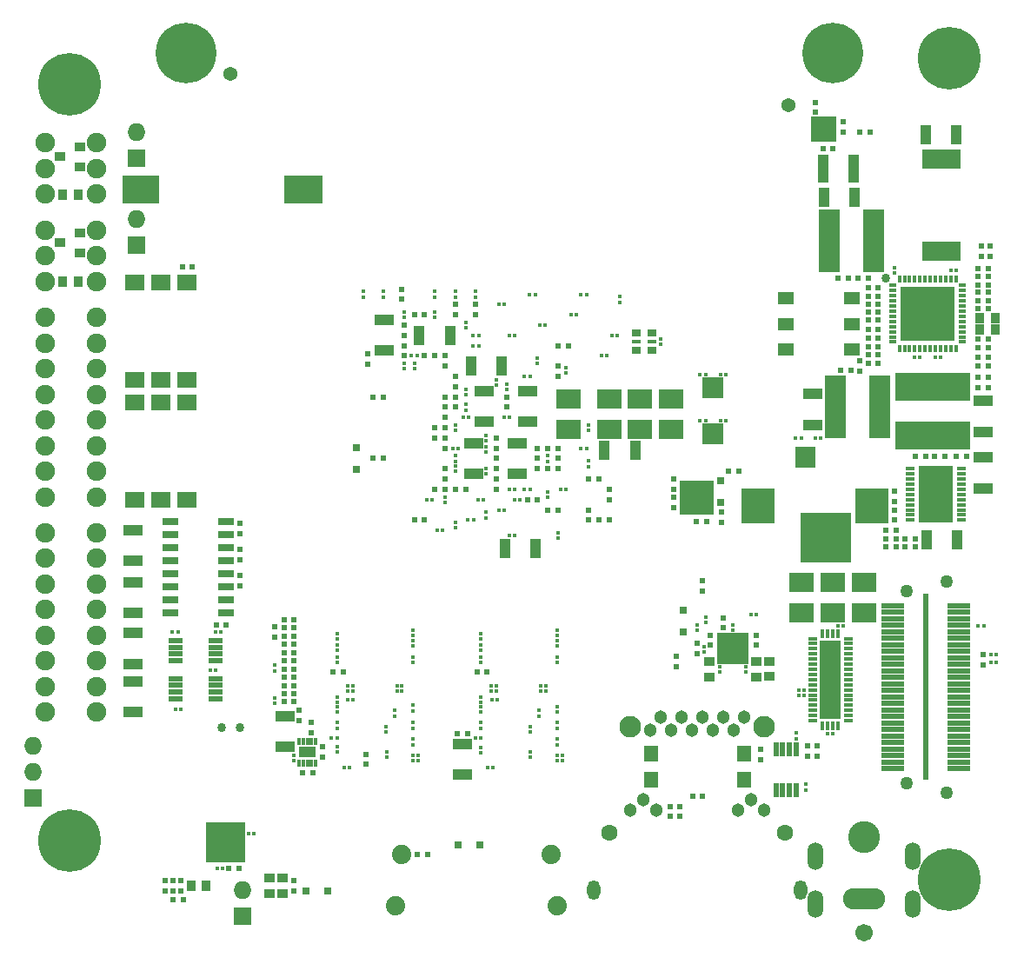
<source format=gbr>
G04 #@! TF.FileFunction,Soldermask,Bot*
%FSLAX46Y46*%
G04 Gerber Fmt 4.6, Leading zero omitted, Abs format (unit mm)*
G04 Created by KiCad (PCBNEW 4.0.6) date Wed May 10 11:08:12 2017*
%MOMM*%
%LPD*%
G01*
G04 APERTURE LIST*
%ADD10C,0.101600*%
%ADD11R,1.701600X1.701600*%
%ADD12C,1.301600*%
%ADD13C,2.101600*%
%ADD14O,1.301600X1.901600*%
%ADD15C,1.601600*%
%ADD16R,0.401600X0.381600*%
%ADD17R,0.381600X0.401600*%
%ADD18R,1.901600X1.101600*%
%ADD19R,1.101600X1.901600*%
%ADD20R,0.601600X0.601600*%
%ADD21R,2.331600X1.901600*%
%ADD22R,0.901600X1.001600*%
%ADD23R,1.001600X0.901600*%
%ADD24R,0.685800X0.787400*%
%ADD25R,0.787400X0.685800*%
%ADD26C,1.270000*%
%ADD27R,2.260600X0.508000*%
%ADD28R,0.609600X18.135600*%
%ADD29C,1.879600*%
%ADD30R,1.752600X1.752600*%
%ADD31O,1.752600X1.752600*%
%ADD32R,3.201600X3.401600*%
%ADD33R,2.101600X6.101600*%
%ADD34R,7.401600X2.701600*%
%ADD35R,3.701600X1.901600*%
%ADD36R,1.101600X2.701600*%
%ADD37C,0.863600*%
%ADD38R,0.331600X0.801600*%
%ADD39R,0.851600X1.001600*%
%ADD40R,0.951600X0.381600*%
%ADD41R,1.181600X0.881600*%
%ADD42R,1.401600X1.601600*%
%ADD43R,0.351600X0.801600*%
%ADD44R,0.801600X0.351600*%
%ADD45R,1.389100X1.389100*%
%ADD46R,1.101600X1.351600*%
%ADD47R,0.951600X0.401600*%
%ADD48R,0.401600X0.951600*%
%ADD49R,1.351600X1.351600*%
%ADD50R,1.101600X1.101600*%
%ADD51R,1.601600X0.701600*%
%ADD52R,1.881600X1.621600*%
%ADD53R,1.451600X0.551600*%
%ADD54R,1.101600X0.901600*%
%ADD55R,1.601600X1.601600*%
%ADD56R,0.901600X0.901600*%
%ADD57R,0.551600X1.451600*%
%ADD58R,0.951600X0.751600*%
%ADD59R,0.951600X0.351600*%
%ADD60C,1.371600*%
%ADD61C,5.901600*%
%ADD62C,1.901600*%
%ADD63R,3.761600X2.701600*%
%ADD64R,3.641600X2.701600*%
%ADD65R,1.601600X1.301600*%
%ADD66C,1.701600*%
%ADD67C,3.101600*%
%ADD68O,1.501600X2.701600*%
%ADD69O,4.101600X2.101600*%
%ADD70C,6.101600*%
G04 APERTURE END LIST*
D10*
D11*
X95400000Y-78700000D03*
X97000000Y-78700000D03*
X95400000Y-77100000D03*
X97000000Y-77100000D03*
D12*
X91661000Y-100596000D03*
X93693000Y-100596000D03*
X95725000Y-100596000D03*
X97757000Y-100596000D03*
X99789000Y-100596000D03*
X92677000Y-99326000D03*
X94709000Y-99326000D03*
X96741000Y-99326000D03*
X98773000Y-99326000D03*
X100805000Y-99326000D03*
D13*
X89733000Y-100206000D03*
X102733000Y-100206000D03*
D12*
X89723000Y-108346000D03*
X90993000Y-107326000D03*
X92263000Y-108346000D03*
X100203000Y-108346000D03*
X101473000Y-107326000D03*
X102743000Y-108346000D03*
D14*
X86148000Y-116156000D03*
X106318000Y-116156000D03*
D15*
X104768000Y-110556000D03*
X87698000Y-110556000D03*
D16*
X62200000Y-96765000D03*
X62200000Y-96235000D03*
X66000000Y-103165000D03*
X66000000Y-102635000D03*
D17*
X61835000Y-104200000D03*
X62365000Y-104200000D03*
D16*
X65900000Y-100765000D03*
X65900000Y-100235000D03*
X61200000Y-102135000D03*
X61200000Y-102665000D03*
X66800000Y-98635000D03*
X66800000Y-99165000D03*
X61200000Y-91135000D03*
X61200000Y-91665000D03*
D17*
X61165000Y-101300000D03*
X60635000Y-101300000D03*
D16*
X68600000Y-91835000D03*
X68600000Y-92365000D03*
X61200000Y-97335000D03*
X61200000Y-97865000D03*
X61200000Y-100365000D03*
X61200000Y-99835000D03*
X68600000Y-93435000D03*
X68600000Y-93965000D03*
D17*
X62235000Y-97600000D03*
X62765000Y-97600000D03*
D16*
X61200000Y-98235000D03*
X61200000Y-98765000D03*
X67500000Y-96235000D03*
X67500000Y-96765000D03*
X68600000Y-90835000D03*
X68600000Y-91365000D03*
X62700000Y-96235000D03*
X62700000Y-96765000D03*
X68600000Y-99835000D03*
X68600000Y-100365000D03*
X67000000Y-96765000D03*
X67000000Y-96235000D03*
X61200000Y-93435000D03*
X61200000Y-93965000D03*
X68600000Y-101965000D03*
X68600000Y-101435000D03*
X69100000Y-103035000D03*
X69100000Y-103565000D03*
X61200000Y-92235000D03*
X61200000Y-92765000D03*
X68600000Y-103565000D03*
X68600000Y-103035000D03*
D18*
X73400000Y-104900000D03*
X73400000Y-101900000D03*
D16*
X76200000Y-96765000D03*
X76200000Y-96235000D03*
X80000000Y-103165000D03*
X80000000Y-102635000D03*
D17*
X75835000Y-104200000D03*
X76365000Y-104200000D03*
D16*
X80000000Y-100765000D03*
X80000000Y-100235000D03*
X75200000Y-102235000D03*
X75200000Y-102765000D03*
X80800000Y-98635000D03*
X80800000Y-99165000D03*
X75200000Y-91135000D03*
X75200000Y-91665000D03*
D17*
X75165000Y-101300000D03*
X74635000Y-101300000D03*
D16*
X82600000Y-91835000D03*
X82600000Y-92365000D03*
X75200000Y-97335000D03*
X75200000Y-97865000D03*
X75200000Y-100365000D03*
X75200000Y-99835000D03*
X82600000Y-93435000D03*
X82600000Y-93965000D03*
D17*
X76235000Y-97600000D03*
X76765000Y-97600000D03*
D16*
X75200000Y-98235000D03*
X75200000Y-98765000D03*
X81500000Y-96235000D03*
X81500000Y-96765000D03*
X82600000Y-90835000D03*
X82600000Y-91365000D03*
X76700000Y-96235000D03*
X76700000Y-96765000D03*
X82600000Y-99835000D03*
X82600000Y-100365000D03*
X81000000Y-96765000D03*
X81000000Y-96235000D03*
X75200000Y-93435000D03*
X75200000Y-93965000D03*
X82600000Y-101965000D03*
X82600000Y-101435000D03*
X83100000Y-103035000D03*
X83100000Y-103565000D03*
X75200000Y-92235000D03*
X75200000Y-92765000D03*
X82600000Y-103565000D03*
X82600000Y-103035000D03*
D18*
X56100000Y-102200000D03*
X56100000Y-99200000D03*
D16*
X55100000Y-94765000D03*
X55100000Y-94235000D03*
X55100000Y-97435000D03*
X55100000Y-97965000D03*
X68600000Y-98665000D03*
X68600000Y-98135000D03*
X82600000Y-98765000D03*
X82600000Y-98235000D03*
D18*
X124100000Y-74000000D03*
X124100000Y-77000000D03*
D19*
X118600000Y-82000000D03*
X121600000Y-82000000D03*
D16*
X57000000Y-103565000D03*
X57000000Y-103035000D03*
D20*
X59800000Y-102200000D03*
X59800000Y-103200000D03*
X115443000Y-77300000D03*
X115443000Y-78300000D03*
X115600000Y-81900000D03*
X114600000Y-81900000D03*
X116500000Y-81900000D03*
X117500000Y-81900000D03*
D21*
X106426000Y-89090000D03*
X106426000Y-86170000D03*
X112522000Y-89090000D03*
X112522000Y-86170000D03*
X109474000Y-89090000D03*
X109474000Y-86170000D03*
D18*
X124100000Y-71500000D03*
X124100000Y-68500000D03*
X107500000Y-70800000D03*
X107500000Y-67800000D03*
D19*
X111600000Y-48700000D03*
X108600000Y-48700000D03*
X118500000Y-42600000D03*
X121500000Y-42600000D03*
D20*
X113900000Y-59100000D03*
X112900000Y-59100000D03*
X124600000Y-62500000D03*
X123600000Y-62500000D03*
X112900000Y-57500000D03*
X113900000Y-57500000D03*
X124579000Y-65100000D03*
X123579000Y-65100000D03*
X112900000Y-59800000D03*
X113900000Y-59800000D03*
X124600000Y-63300000D03*
X123600000Y-63300000D03*
D16*
X115500000Y-56065000D03*
X115500000Y-55535000D03*
D17*
X119965000Y-64200000D03*
X119435000Y-64200000D03*
D20*
X124600000Y-57900000D03*
X123600000Y-57900000D03*
X112900000Y-62400000D03*
X113900000Y-62400000D03*
D22*
X125250000Y-60400000D03*
X123750000Y-60400000D03*
D20*
X124600000Y-55600000D03*
X123600000Y-55600000D03*
X113900000Y-64800000D03*
X112900000Y-64800000D03*
D22*
X125250000Y-61500000D03*
X123750000Y-61500000D03*
D20*
X124600000Y-57200000D03*
X123600000Y-57200000D03*
X113900000Y-63200000D03*
X112900000Y-63200000D03*
D17*
X121465000Y-55800000D03*
X120935000Y-55800000D03*
X117435000Y-64200000D03*
X117965000Y-64200000D03*
X106161000Y-97155000D03*
X106691000Y-97155000D03*
X106161000Y-96647000D03*
X106691000Y-96647000D03*
X110465000Y-90400000D03*
X109935000Y-90400000D03*
X108935000Y-100900000D03*
X109465000Y-100900000D03*
D20*
X51600000Y-114000000D03*
X50600000Y-114000000D03*
X46200000Y-117100000D03*
X45200000Y-117100000D03*
D17*
X108265000Y-72100000D03*
X107735000Y-72100000D03*
X105844757Y-72100000D03*
X106374757Y-72100000D03*
X97065000Y-70400000D03*
X96535000Y-70400000D03*
X98535000Y-70400000D03*
X99065000Y-70400000D03*
X97065000Y-65900000D03*
X96535000Y-65900000D03*
X98535000Y-65900000D03*
X99065000Y-65900000D03*
D20*
X51689000Y-80399000D03*
X51689000Y-81399000D03*
X51689000Y-82939000D03*
X51689000Y-83939000D03*
X51689000Y-85479000D03*
X51689000Y-86479000D03*
X49400000Y-90300000D03*
X50400000Y-90300000D03*
D17*
X48835000Y-94700000D03*
X49365000Y-94700000D03*
X45435000Y-98500000D03*
X45965000Y-98500000D03*
X49865000Y-91000000D03*
X49335000Y-91000000D03*
X45135000Y-91000000D03*
X45665000Y-91000000D03*
D18*
X79700000Y-70500000D03*
X79700000Y-67500000D03*
D21*
X83700000Y-71260000D03*
X83700000Y-68340000D03*
D18*
X75500000Y-70500000D03*
X75500000Y-67500000D03*
D21*
X93700000Y-71260000D03*
X93700000Y-68340000D03*
D18*
X65800000Y-60600000D03*
X65800000Y-63600000D03*
D21*
X87700000Y-71260000D03*
X87700000Y-68340000D03*
X90700000Y-71260000D03*
X90700000Y-68340000D03*
D18*
X78700000Y-72600000D03*
X78700000Y-75600000D03*
X74500000Y-72600000D03*
X74500000Y-75600000D03*
D19*
X74200000Y-65100000D03*
X77200000Y-65100000D03*
X80500000Y-82900000D03*
X77500000Y-82900000D03*
X87200000Y-73300000D03*
X90200000Y-73300000D03*
D17*
X79965000Y-77100000D03*
X79435000Y-77100000D03*
X78435000Y-78100000D03*
X78965000Y-78100000D03*
D19*
X69200000Y-62100000D03*
X72200000Y-62100000D03*
D20*
X96200000Y-80200000D03*
X97200000Y-80200000D03*
X94000000Y-78900000D03*
X94000000Y-77900000D03*
X98600000Y-79300000D03*
X98600000Y-80300000D03*
X94000000Y-76100000D03*
X94000000Y-77100000D03*
D16*
X81700000Y-74365000D03*
X81700000Y-73835000D03*
D23*
X55900000Y-116450000D03*
X55900000Y-114950000D03*
D16*
X97100000Y-89535000D03*
X97100000Y-90065000D03*
X96266000Y-90816000D03*
X96266000Y-90286000D03*
D17*
X101992000Y-89281000D03*
X101462000Y-89281000D03*
D16*
X99700000Y-90335000D03*
X99700000Y-90865000D03*
D20*
X107800000Y-40400000D03*
X107800000Y-39400000D03*
D16*
X98425000Y-94880000D03*
X98425000Y-94350000D03*
X100965000Y-94880000D03*
X100965000Y-94350000D03*
D20*
X110500000Y-41300000D03*
X110500000Y-42300000D03*
D16*
X105900000Y-101365000D03*
X105900000Y-100835000D03*
X106800000Y-106365000D03*
X106800000Y-105835000D03*
X96900000Y-92965000D03*
X96900000Y-92435000D03*
D24*
X75055000Y-111700000D03*
X72945000Y-111700000D03*
D25*
X63100000Y-75155000D03*
X63100000Y-73045000D03*
X98500000Y-78355000D03*
X98500000Y-76245000D03*
D24*
X60255000Y-116200000D03*
X58145000Y-116200000D03*
D25*
X94900000Y-90955000D03*
X94900000Y-88845000D03*
D22*
X46950000Y-115700000D03*
X48450000Y-115700000D03*
X35929000Y-48387000D03*
X34429000Y-48387000D03*
X35929000Y-56896000D03*
X34429000Y-56896000D03*
D23*
X54600000Y-114950000D03*
X54600000Y-116450000D03*
X103300000Y-93850000D03*
X103300000Y-95350000D03*
X101981000Y-93865000D03*
X101981000Y-95365000D03*
X97409000Y-95365000D03*
X97409000Y-93865000D03*
D26*
X116615000Y-105690000D03*
X116615000Y-87021000D03*
D27*
X121758500Y-104293000D03*
X121758500Y-103658000D03*
X121758500Y-103023000D03*
X121758500Y-102388000D03*
X121758500Y-101753000D03*
X121758500Y-101118000D03*
X121758500Y-100483000D03*
X121758500Y-99848000D03*
X121758500Y-99213000D03*
X121758500Y-98578000D03*
X121758500Y-97943000D03*
X121758500Y-97308000D03*
X121758500Y-96673000D03*
X121758500Y-96038000D03*
X121758500Y-95403000D03*
X121758500Y-94768000D03*
X121758500Y-94133000D03*
X121758500Y-93498000D03*
X121758500Y-92863000D03*
X121758500Y-92228000D03*
X121758500Y-91593000D03*
X121758500Y-90958000D03*
X121758500Y-90323000D03*
X121758500Y-89688000D03*
X121758500Y-89053000D03*
X121758500Y-88418000D03*
X115281500Y-104293000D03*
X115281500Y-103658000D03*
X115281500Y-103023000D03*
X115281500Y-102388000D03*
X115281500Y-101753000D03*
X115281500Y-101118000D03*
X115281500Y-100483000D03*
X115281500Y-99848000D03*
X115281500Y-99213000D03*
X115281500Y-98578000D03*
X115281500Y-97943000D03*
X115281500Y-97308000D03*
X115281500Y-96673000D03*
X115281500Y-96038000D03*
X115281500Y-95403000D03*
X115281500Y-94768000D03*
X115281500Y-94133000D03*
X115281500Y-93498000D03*
X115281500Y-92863000D03*
X115281500Y-92228000D03*
X115281500Y-91593000D03*
X115281500Y-90958000D03*
X115281500Y-90323000D03*
X115281500Y-89688000D03*
X115281500Y-89053000D03*
X115281500Y-88418000D03*
D28*
X118520000Y-96355500D03*
D26*
X120552000Y-106642500D03*
X120552000Y-86068500D03*
D29*
X67500000Y-112700000D03*
X82000000Y-112700000D03*
X82600000Y-117650000D03*
X66900000Y-117650000D03*
D30*
X31600000Y-107140000D03*
D31*
X31600000Y-104600000D03*
X31600000Y-102060000D03*
D30*
X52000000Y-118640000D03*
D31*
X52000000Y-116100000D03*
D30*
X41656000Y-44831000D03*
D31*
X41656000Y-42291000D03*
D30*
X41656000Y-53340000D03*
D31*
X41656000Y-50800000D03*
D32*
X113246000Y-78740000D03*
X102146000Y-78740000D03*
D33*
X113450000Y-52900000D03*
X109150000Y-52900000D03*
D34*
X119200000Y-67150000D03*
X119200000Y-71850000D03*
D35*
X120015000Y-53903000D03*
X120015000Y-44903000D03*
D33*
X114050000Y-69100000D03*
X109750000Y-69100000D03*
D20*
X72700000Y-77100000D03*
X73700000Y-77100000D03*
X70700000Y-77100000D03*
X71700000Y-77100000D03*
X56000000Y-91400000D03*
X57000000Y-91400000D03*
X56000000Y-94600000D03*
X57000000Y-94600000D03*
X56000000Y-93000000D03*
X57000000Y-93000000D03*
X56000000Y-90600000D03*
X57000000Y-90600000D03*
X56000000Y-92200000D03*
X57000000Y-92200000D03*
X56000000Y-96200000D03*
X57000000Y-96200000D03*
X56000000Y-89800000D03*
X57000000Y-89800000D03*
X56000000Y-93800000D03*
X57000000Y-93800000D03*
X56000000Y-97000000D03*
X57000000Y-97000000D03*
X56000000Y-97800000D03*
X57000000Y-97800000D03*
X56000000Y-95400000D03*
X57000000Y-95400000D03*
X57500000Y-98600000D03*
X57500000Y-99600000D03*
X75800000Y-94900000D03*
X74800000Y-94900000D03*
X61800000Y-94900000D03*
X60800000Y-94900000D03*
X58800000Y-104700000D03*
X57800000Y-104700000D03*
X122500000Y-73900000D03*
X121500000Y-73900000D03*
X119400000Y-73900000D03*
X120400000Y-73900000D03*
X118483000Y-73914000D03*
X117483000Y-73914000D03*
X115443000Y-80100000D03*
X115443000Y-79100000D03*
X114600000Y-81100000D03*
X115600000Y-81100000D03*
X102400000Y-102400000D03*
X102400000Y-103400000D03*
X115600000Y-82700000D03*
X114600000Y-82700000D03*
X117500000Y-82700000D03*
X116500000Y-82700000D03*
X95800000Y-107000000D03*
X96800000Y-107000000D03*
X112900000Y-58293000D03*
X113900000Y-58293000D03*
X124600000Y-64200000D03*
X123600000Y-64200000D03*
X110000000Y-56500000D03*
X111000000Y-56500000D03*
X111900000Y-56500000D03*
X112900000Y-56500000D03*
X123600000Y-67200000D03*
X123600000Y-66200000D03*
X124600000Y-66200000D03*
X124600000Y-67200000D03*
X124600000Y-56400000D03*
X123600000Y-56400000D03*
X112900000Y-64000000D03*
X113900000Y-64000000D03*
X123600000Y-58700000D03*
X124600000Y-58700000D03*
X113900000Y-60600000D03*
X112900000Y-60600000D03*
X112900000Y-61500000D03*
X113900000Y-61500000D03*
X123900000Y-53400000D03*
X123900000Y-54400000D03*
X124800000Y-54400000D03*
X124800000Y-53400000D03*
X110200000Y-65500000D03*
X111200000Y-65500000D03*
X112100000Y-64600000D03*
X112100000Y-65600000D03*
X124079000Y-93200000D03*
X124079000Y-94200000D03*
X70000000Y-112700000D03*
X69000000Y-112700000D03*
X65700000Y-74100000D03*
X64700000Y-74100000D03*
X71700000Y-65100000D03*
X71700000Y-64100000D03*
X45200000Y-115200000D03*
X45200000Y-116200000D03*
X46000000Y-116200000D03*
X46000000Y-115200000D03*
D18*
X41275000Y-84050000D03*
X41275000Y-81050000D03*
X41275000Y-89130000D03*
X41275000Y-86130000D03*
X41275000Y-94083000D03*
X41275000Y-91083000D03*
X41275000Y-98782000D03*
X41275000Y-95782000D03*
D20*
X67700000Y-63100000D03*
X67700000Y-64100000D03*
X47100000Y-55400000D03*
X46100000Y-55400000D03*
X96800000Y-86000000D03*
X96800000Y-87000000D03*
X87700000Y-78100000D03*
X87700000Y-77100000D03*
X100300000Y-75300000D03*
X99300000Y-75300000D03*
X82700000Y-73100000D03*
X82700000Y-74100000D03*
X81700000Y-75100000D03*
X82700000Y-75100000D03*
X96266000Y-92083000D03*
X96266000Y-93083000D03*
X107900000Y-103100000D03*
X107900000Y-102100000D03*
X107000000Y-103100000D03*
X107000000Y-102100000D03*
X112100000Y-42300000D03*
X113100000Y-42300000D03*
X94600000Y-108900000D03*
X93600000Y-108900000D03*
X94600000Y-108000000D03*
X93600000Y-108000000D03*
X82700000Y-66100000D03*
X82700000Y-65100000D03*
X83700000Y-63100000D03*
X82700000Y-63100000D03*
D36*
X111500000Y-45900000D03*
X108500000Y-45900000D03*
D37*
X51700000Y-100300000D03*
X114600000Y-56500000D03*
X49900000Y-100300000D03*
D38*
X57500000Y-103750000D03*
X57900000Y-103750000D03*
X58300000Y-103750000D03*
X58700000Y-103750000D03*
X59100000Y-103750000D03*
X57500000Y-101650000D03*
X57900000Y-101650000D03*
X58300000Y-101650000D03*
X58700000Y-101650000D03*
X59100000Y-101650000D03*
D39*
X57925000Y-102700000D03*
X58675000Y-102700000D03*
D40*
X121975000Y-77597000D03*
X121975000Y-78097000D03*
X121975000Y-78597000D03*
X121975000Y-79097000D03*
X121975000Y-79597000D03*
X121975000Y-80097000D03*
X121975000Y-77097000D03*
X121975000Y-76597000D03*
X121975000Y-76097000D03*
X121975000Y-75597000D03*
X121975000Y-75097000D03*
X117025000Y-80097000D03*
X117025000Y-79597000D03*
X117025000Y-79097000D03*
X117025000Y-78597000D03*
X117025000Y-78097000D03*
X117025000Y-77597000D03*
X117025000Y-77097000D03*
X117025000Y-76597000D03*
X117025000Y-76097000D03*
X117025000Y-75597000D03*
X117025000Y-75097000D03*
D41*
X120580000Y-79937000D03*
X119500000Y-79937000D03*
X118420000Y-79937000D03*
X120580000Y-79157000D03*
X120580000Y-78377000D03*
X120580000Y-77597000D03*
X120580000Y-76817000D03*
X120580000Y-76037000D03*
X120580000Y-75257000D03*
X119500000Y-75257000D03*
X119500000Y-76037000D03*
X119500000Y-76817000D03*
X119500000Y-77597000D03*
X119500000Y-78377000D03*
X119500000Y-79157000D03*
X118420000Y-79157000D03*
X118420000Y-78377000D03*
X118420000Y-77597000D03*
X118420000Y-76817000D03*
X118420000Y-76037000D03*
X118420000Y-75257000D03*
D42*
X91800000Y-102830000D03*
X91800000Y-105370000D03*
X100800000Y-102830000D03*
X100800000Y-105370000D03*
D43*
X115950000Y-56600000D03*
X116450000Y-56600000D03*
X116950000Y-56600000D03*
X117450000Y-56600000D03*
X117950000Y-56600000D03*
X118450000Y-56600000D03*
X118950000Y-56600000D03*
X119450000Y-56600000D03*
X119950000Y-56600000D03*
X120450000Y-56600000D03*
X120950000Y-56600000D03*
X121450000Y-56600000D03*
D44*
X122100000Y-57250000D03*
X122100000Y-57750000D03*
X122100000Y-58250000D03*
X122100000Y-58750000D03*
X122100000Y-59250000D03*
X122100000Y-59750000D03*
X122100000Y-60250000D03*
X122100000Y-60750000D03*
X122100000Y-61250000D03*
X122100000Y-61750000D03*
X122100000Y-62250000D03*
X122100000Y-62750000D03*
D43*
X121450000Y-63400000D03*
X120950000Y-63400000D03*
X120450000Y-63400000D03*
X119950000Y-63400000D03*
X119450000Y-63400000D03*
X118950000Y-63400000D03*
X118450000Y-63400000D03*
X117950000Y-63400000D03*
X117450000Y-63400000D03*
X116950000Y-63400000D03*
X116450000Y-63400000D03*
X115950000Y-63400000D03*
D44*
X115300000Y-62750000D03*
X115300000Y-62250000D03*
X115300000Y-61750000D03*
X115300000Y-61250000D03*
X115300000Y-60750000D03*
X115300000Y-60250000D03*
X115300000Y-59750000D03*
X115300000Y-59250000D03*
X115300000Y-58750000D03*
X115300000Y-58250000D03*
X115300000Y-57750000D03*
X115300000Y-57250000D03*
D45*
X120631250Y-61931250D03*
X119343750Y-61931250D03*
X118056250Y-61931250D03*
X116768750Y-61931250D03*
X120631250Y-60643750D03*
X119343750Y-60643750D03*
X118056250Y-60643750D03*
X116768750Y-60643750D03*
X120631250Y-59356250D03*
X119343750Y-59356250D03*
X118056250Y-59356250D03*
X116768750Y-59356250D03*
X120631250Y-58068750D03*
X119343750Y-58068750D03*
X118056250Y-58068750D03*
X116768750Y-58068750D03*
D46*
X109720000Y-97506000D03*
D47*
X110945000Y-95631000D03*
X110945000Y-96131000D03*
X110945000Y-96631000D03*
X110945000Y-97131000D03*
X110945000Y-97631000D03*
X110945000Y-98131000D03*
X110945000Y-98631000D03*
X110945000Y-99131000D03*
X110945000Y-99631000D03*
X110945000Y-95131000D03*
X110945000Y-94631000D03*
X110945000Y-94131000D03*
X110945000Y-93631000D03*
X110945000Y-93131000D03*
X110945000Y-92631000D03*
X110945000Y-92131000D03*
X110945000Y-91631000D03*
X107495000Y-95631000D03*
X107495000Y-95131000D03*
X107495000Y-94631000D03*
X107495000Y-94131000D03*
X107495000Y-93631000D03*
X107495000Y-93131000D03*
X107495000Y-92631000D03*
X107495000Y-92131000D03*
X107495000Y-91631000D03*
X107495000Y-96131000D03*
X107495000Y-96631000D03*
X107495000Y-97131000D03*
X107495000Y-97631000D03*
X107495000Y-98131000D03*
X107495000Y-98631000D03*
X107495000Y-99131000D03*
X107495000Y-99631000D03*
D48*
X109970000Y-100106000D03*
X109470000Y-100106000D03*
X108970000Y-100106000D03*
X108470000Y-100106000D03*
X109970000Y-91156000D03*
X109470000Y-91156000D03*
X108970000Y-91156000D03*
X108470000Y-91156000D03*
D46*
X109720000Y-96256000D03*
X109720000Y-98756000D03*
X108720000Y-98756000D03*
X108720000Y-97506000D03*
X108720000Y-96256000D03*
X108720000Y-95006000D03*
X108720000Y-93756000D03*
X108720000Y-92506000D03*
X109720000Y-92506000D03*
X109720000Y-93756000D03*
X109720000Y-95006000D03*
D49*
X49050000Y-110250000D03*
X49050000Y-112750000D03*
X51550000Y-110250000D03*
X50300000Y-112750000D03*
X49050000Y-111500000D03*
X50300000Y-111500000D03*
X51550000Y-111500000D03*
X50300000Y-110250000D03*
X51550000Y-112750000D03*
D50*
X98300000Y-66700000D03*
X98300000Y-67700000D03*
X97300000Y-67700000D03*
X97300000Y-66700000D03*
X98300000Y-71200000D03*
X98300000Y-72200000D03*
X97300000Y-72200000D03*
X97300000Y-71200000D03*
X106300000Y-73500000D03*
X107300000Y-73500000D03*
X107300000Y-74500000D03*
X106300000Y-74500000D03*
D51*
X44925000Y-89154000D03*
X44925000Y-87884000D03*
X44925000Y-86614000D03*
X44925000Y-85344000D03*
X44925000Y-84074000D03*
X44925000Y-82804000D03*
X44925000Y-81534000D03*
X44925000Y-80264000D03*
X50325000Y-80264000D03*
X50325000Y-81534000D03*
X50325000Y-82804000D03*
X50325000Y-84074000D03*
X50325000Y-85344000D03*
X50325000Y-86614000D03*
X50325000Y-87884000D03*
X50325000Y-89154000D03*
D52*
X41460000Y-56938000D03*
X41460000Y-66462000D03*
X44000000Y-66462000D03*
X46540000Y-66462000D03*
X46540000Y-56938000D03*
X44000000Y-56938000D03*
X41460000Y-68638000D03*
X41460000Y-78162000D03*
X44000000Y-78162000D03*
X46540000Y-78162000D03*
X46540000Y-68638000D03*
X44000000Y-68638000D03*
D53*
X49375000Y-97475000D03*
X49375000Y-96825000D03*
X49375000Y-96175000D03*
X49375000Y-95525000D03*
X45425000Y-97475000D03*
X45425000Y-96825000D03*
X45425000Y-96175000D03*
X45425000Y-95525000D03*
X45425000Y-91825000D03*
X45425000Y-92475000D03*
X45425000Y-93125000D03*
X45425000Y-93775000D03*
X49375000Y-91825000D03*
X49375000Y-92475000D03*
X49375000Y-93125000D03*
X49375000Y-93775000D03*
D11*
X108800000Y-81800000D03*
X110400000Y-81800000D03*
X110400000Y-83400000D03*
X108800000Y-83400000D03*
X107200000Y-83400000D03*
X107200000Y-81800000D03*
X107200000Y-80200000D03*
X108800000Y-80200000D03*
X110400000Y-80200000D03*
D54*
X36179000Y-43754000D03*
X34179000Y-44704000D03*
X36179000Y-45654000D03*
X36179000Y-52136000D03*
X34179000Y-53086000D03*
X36179000Y-54036000D03*
D55*
X98945000Y-93333000D03*
X98945000Y-91833000D03*
X100445000Y-91833000D03*
X100445000Y-93333000D03*
D56*
X109385000Y-42837000D03*
X108585000Y-42837000D03*
X107785000Y-42837000D03*
X107785000Y-42037000D03*
X108585000Y-42037000D03*
X109385000Y-42037000D03*
X109385000Y-41237000D03*
X108585000Y-41237000D03*
X107785000Y-41237000D03*
D57*
X105875000Y-102425000D03*
X105225000Y-102425000D03*
X104575000Y-102425000D03*
X103925000Y-102425000D03*
X105875000Y-106375000D03*
X105225000Y-106375000D03*
X104575000Y-106375000D03*
X103925000Y-106375000D03*
D58*
X90325000Y-61875000D03*
X90325000Y-63525000D03*
X91875000Y-61875000D03*
X91875000Y-63525000D03*
D59*
X90325000Y-62700000D03*
X91875000Y-62700000D03*
D60*
X105135700Y-39664700D03*
X50754300Y-36616700D03*
D61*
X46454300Y-34616700D03*
X109455700Y-34616700D03*
D62*
X32719000Y-67865000D03*
X32719000Y-65365000D03*
X32719000Y-62865000D03*
X32719000Y-60365000D03*
X32719000Y-70365000D03*
X32719000Y-72865000D03*
X32719000Y-75365000D03*
X32719000Y-77865000D03*
X37719000Y-60365000D03*
X37719000Y-62865000D03*
X37719000Y-65365000D03*
X37719000Y-67865000D03*
X37719000Y-70365000D03*
X37719000Y-72865000D03*
X37719000Y-75365000D03*
X37719000Y-77865000D03*
X32719000Y-88820000D03*
X32719000Y-86320000D03*
X32719000Y-83820000D03*
X32719000Y-81320000D03*
X32719000Y-91320000D03*
X32719000Y-93820000D03*
X32719000Y-96320000D03*
X32719000Y-98820000D03*
X37719000Y-81320000D03*
X37719000Y-83820000D03*
X37719000Y-86320000D03*
X37719000Y-88820000D03*
X37719000Y-91320000D03*
X37719000Y-93820000D03*
X37719000Y-96320000D03*
X37719000Y-98820000D03*
X32719000Y-56856000D03*
X32719000Y-54356000D03*
X32719000Y-51856000D03*
X37719000Y-51856000D03*
X37719000Y-54356000D03*
X37719000Y-56856000D03*
X32719000Y-48347000D03*
X32719000Y-45847000D03*
X32719000Y-43347000D03*
X37719000Y-43347000D03*
X37719000Y-45847000D03*
X37719000Y-48347000D03*
D17*
X124830000Y-93980000D03*
X125360000Y-93980000D03*
X124830000Y-93218000D03*
X125360000Y-93218000D03*
X123635000Y-90400000D03*
X124165000Y-90400000D03*
D16*
X71700000Y-77835000D03*
X71700000Y-78365000D03*
D17*
X75465000Y-78100000D03*
X74935000Y-78100000D03*
X70935000Y-81100000D03*
X71465000Y-81100000D03*
D16*
X72700000Y-80335000D03*
X72700000Y-80865000D03*
X75700000Y-79335000D03*
X75700000Y-79865000D03*
X81700000Y-77335000D03*
X81700000Y-77865000D03*
D17*
X73935000Y-80100000D03*
X74465000Y-80100000D03*
X69935000Y-78100000D03*
X70465000Y-78100000D03*
D16*
X73700000Y-61365000D03*
X73700000Y-60835000D03*
X72700000Y-70835000D03*
X72700000Y-71365000D03*
X73700000Y-67335000D03*
X73700000Y-67865000D03*
X77700000Y-66835000D03*
X77700000Y-67365000D03*
X72700000Y-74365000D03*
X72700000Y-73835000D03*
X73700000Y-69365000D03*
X73700000Y-68835000D03*
D17*
X79435000Y-66100000D03*
X79965000Y-66100000D03*
D16*
X68700000Y-65365000D03*
X68700000Y-64835000D03*
X76700000Y-66435000D03*
X76700000Y-66965000D03*
X75700000Y-75565000D03*
X75700000Y-75035000D03*
X75700000Y-72935000D03*
X75700000Y-73465000D03*
D17*
X74965000Y-62100000D03*
X74435000Y-62100000D03*
D16*
X72700000Y-74835000D03*
X72700000Y-75365000D03*
D17*
X72435000Y-73100000D03*
X72965000Y-73100000D03*
X73435000Y-70100000D03*
X73965000Y-70100000D03*
X77435000Y-70100000D03*
X77965000Y-70100000D03*
D16*
X67700000Y-65365000D03*
X67700000Y-64835000D03*
D17*
X84935000Y-73100000D03*
X85465000Y-73100000D03*
D16*
X75700000Y-71835000D03*
X75700000Y-72365000D03*
D17*
X74965000Y-63100000D03*
X74435000Y-63100000D03*
X77935000Y-81600000D03*
X78465000Y-81600000D03*
D16*
X82700000Y-81865000D03*
X82700000Y-81335000D03*
D17*
X78465000Y-77100000D03*
X77935000Y-77100000D03*
X76935000Y-79100000D03*
X77465000Y-79100000D03*
X82935000Y-77100000D03*
X83465000Y-77100000D03*
D16*
X85700000Y-74865000D03*
X85700000Y-74335000D03*
X92700000Y-62965000D03*
X92700000Y-62435000D03*
D20*
X64000000Y-103900000D03*
X64000000Y-102900000D03*
X72900000Y-100900000D03*
X73900000Y-100900000D03*
X55100000Y-90500000D03*
X55100000Y-91500000D03*
X58700000Y-99800000D03*
X58700000Y-100800000D03*
X124600000Y-59500000D03*
X123600000Y-59500000D03*
X80700000Y-75100000D03*
X80700000Y-74100000D03*
X77700000Y-69100000D03*
X77700000Y-68100000D03*
X67700000Y-61100000D03*
X67700000Y-62100000D03*
X70700000Y-71100000D03*
X70700000Y-72100000D03*
X81700000Y-73100000D03*
X80700000Y-73100000D03*
X71700000Y-73100000D03*
X71700000Y-72100000D03*
X72700000Y-66100000D03*
X72700000Y-67100000D03*
X76700000Y-77100000D03*
X76700000Y-76100000D03*
X72700000Y-68100000D03*
X72700000Y-69100000D03*
X76700000Y-73100000D03*
X76700000Y-72100000D03*
X71700000Y-76100000D03*
X71700000Y-75100000D03*
X72700000Y-59100000D03*
X72700000Y-60100000D03*
X64200000Y-64900000D03*
X64200000Y-63900000D03*
X74700000Y-59100000D03*
X74700000Y-60100000D03*
X67500000Y-57600000D03*
X67500000Y-58600000D03*
X68700000Y-60100000D03*
X69700000Y-60100000D03*
X69700000Y-64100000D03*
X70700000Y-64100000D03*
X71700000Y-69100000D03*
X71700000Y-68100000D03*
X71700000Y-71100000D03*
X71700000Y-70100000D03*
X79700000Y-78100000D03*
X80700000Y-78100000D03*
X82700000Y-79100000D03*
X81700000Y-79100000D03*
X65700000Y-68100000D03*
X64700000Y-68100000D03*
X69700000Y-80100000D03*
X68700000Y-80100000D03*
X86700000Y-80100000D03*
X87700000Y-80100000D03*
X85700000Y-79100000D03*
X85700000Y-80100000D03*
X85700000Y-76100000D03*
X86700000Y-76100000D03*
X94200000Y-93400000D03*
X94200000Y-94400000D03*
X98800000Y-89600000D03*
X98800000Y-90600000D03*
X102000000Y-92300000D03*
X102000000Y-91300000D03*
X108500000Y-43900000D03*
X109500000Y-43900000D03*
X97500000Y-92300000D03*
X97500000Y-91300000D03*
X44400000Y-115200000D03*
X44400000Y-116200000D03*
X76700000Y-74100000D03*
X76700000Y-75100000D03*
X57000000Y-115200000D03*
X57000000Y-116200000D03*
D16*
X70700000Y-59835000D03*
X70700000Y-60365000D03*
D17*
X68965000Y-64100000D03*
X68435000Y-64100000D03*
D16*
X70700000Y-57835000D03*
X70700000Y-58365000D03*
X67700000Y-59835000D03*
X67700000Y-60365000D03*
X72700000Y-57835000D03*
X72700000Y-58365000D03*
X65700000Y-57835000D03*
X65700000Y-58365000D03*
X74700000Y-57835000D03*
X74700000Y-58365000D03*
X63700000Y-57835000D03*
X63700000Y-58365000D03*
D17*
X85465000Y-58100000D03*
X84935000Y-58100000D03*
X79935000Y-58100000D03*
X80465000Y-58100000D03*
X83935000Y-60100000D03*
X84465000Y-60100000D03*
X76935000Y-59100000D03*
X77465000Y-59100000D03*
D16*
X88700000Y-58335000D03*
X88700000Y-58865000D03*
D17*
X80935000Y-61100000D03*
X81465000Y-61100000D03*
X87935000Y-62100000D03*
X88465000Y-62100000D03*
X77935000Y-62100000D03*
X78465000Y-62100000D03*
D16*
X85700000Y-71365000D03*
X85700000Y-70835000D03*
D17*
X87465000Y-64100000D03*
X86935000Y-64100000D03*
D16*
X83500000Y-65765000D03*
X83500000Y-65235000D03*
X80700000Y-64335000D03*
X80700000Y-64865000D03*
D63*
X57870000Y-47900000D03*
D64*
X42070000Y-47900000D03*
D65*
X104850000Y-58500000D03*
X104850000Y-61000000D03*
X104850000Y-63500000D03*
X111350000Y-58500000D03*
X111350000Y-61000000D03*
X111350000Y-63500000D03*
D17*
X52535000Y-110600000D03*
X53065000Y-110600000D03*
X49535000Y-114000000D03*
X50065000Y-114000000D03*
D66*
X112522000Y-120248000D03*
D67*
X112522000Y-110998000D03*
D68*
X107772000Y-117498000D03*
X107772000Y-112798000D03*
X117272000Y-117498000D03*
X117272000Y-112798000D03*
D69*
X112522000Y-116998000D03*
D70*
X120810000Y-115090000D03*
X35080000Y-111280000D03*
X120810000Y-35080000D03*
X35080000Y-37620000D03*
M02*

</source>
